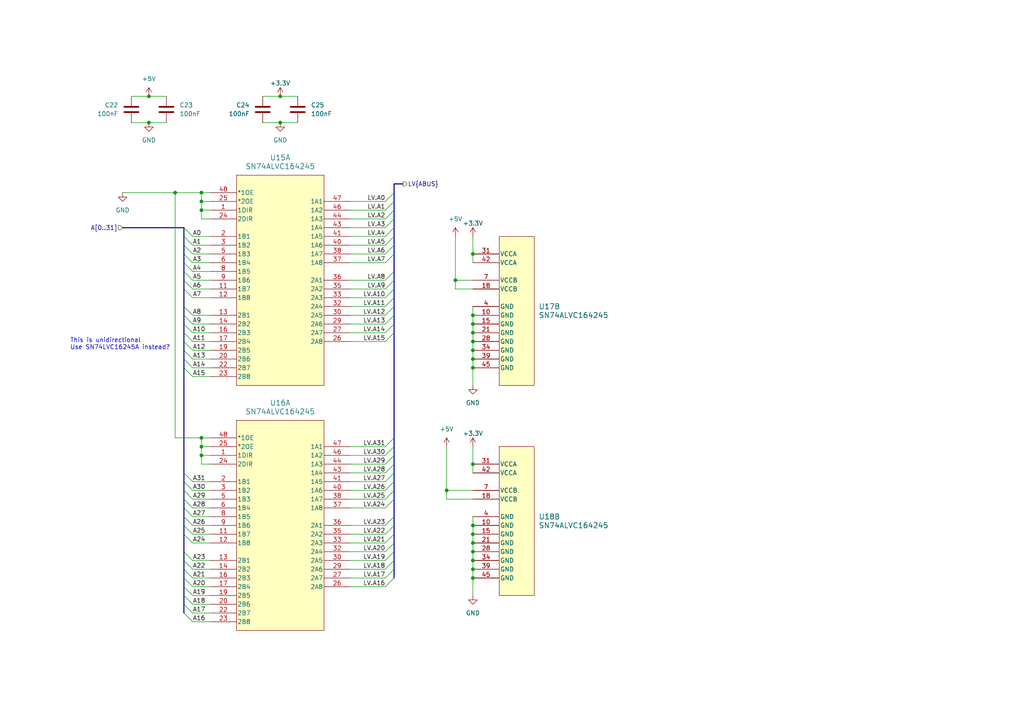
<source format=kicad_sch>
(kicad_sch (version 20230121) (generator eeschema)
  (paper "A4")
  (lib_symbols
    (symbol "68040:SN74ALVC164245" (pin_names (offset 0.254))
      (property "Reference" "U" (at 0 35.56 0))
      (property "Value" "SN74ALVC164245" (at 0 33.02 0))
      (symbol "SN74ALVC164245_1_1"
        (rectangle (start -12.7 30.48) (end 12.7 -30.48) (fill (type background)))
        (pin input line (at -20.32 20.32 0) (length 7.62) (name "1DIR") (number "1"))
        (pin bidirectional line (at -20.32 -2.54 0) (length 7.62) (name "1B7") (number "11"))
        (pin bidirectional line (at -20.32 -5.08 0) (length 7.62) (name "1B8") (number "12"))
        (pin bidirectional line (at -20.32 -10.16 0) (length 7.62) (name "2B1") (number "13"))
        (pin bidirectional line (at -20.32 -12.7 0) (length 7.62) (name "2B2") (number "14"))
        (pin bidirectional line (at -20.32 -15.24 0) (length 7.62) (name "2B3") (number "16"))
        (pin bidirectional line (at -20.32 -17.78 0) (length 7.62) (name "2B4") (number "17"))
        (pin bidirectional line (at -20.32 -20.32 0) (length 7.62) (name "2B5") (number "19"))
        (pin bidirectional line (at -20.32 12.7 0) (length 7.62) (name "1B1") (number "2"))
        (pin bidirectional line (at -20.32 -22.86 0) (length 7.62) (name "2B6") (number "20"))
        (pin bidirectional line (at -20.32 -25.4 0) (length 7.62) (name "2B7") (number "22"))
        (pin bidirectional line (at -20.32 -27.94 0) (length 7.62) (name "2B8") (number "23"))
        (pin input line (at -20.32 17.78 0) (length 7.62) (name "2DIR") (number "24"))
        (pin input line (at -20.32 22.86 0) (length 7.62) (name "*2OE") (number "25"))
        (pin bidirectional line (at 20.32 -17.78 180) (length 7.62) (name "2A8") (number "26"))
        (pin bidirectional line (at 20.32 -15.24 180) (length 7.62) (name "2A7") (number "27"))
        (pin bidirectional line (at 20.32 -12.7 180) (length 7.62) (name "2A6") (number "29"))
        (pin bidirectional line (at -20.32 10.16 0) (length 7.62) (name "1B2") (number "3"))
        (pin bidirectional line (at 20.32 -10.16 180) (length 7.62) (name "2A5") (number "30"))
        (pin bidirectional line (at 20.32 -7.62 180) (length 7.62) (name "2A4") (number "32"))
        (pin bidirectional line (at 20.32 -5.08 180) (length 7.62) (name "2A3") (number "33"))
        (pin bidirectional line (at 20.32 -2.54 180) (length 7.62) (name "2A2") (number "35"))
        (pin bidirectional line (at 20.32 0 180) (length 7.62) (name "2A1") (number "36"))
        (pin bidirectional line (at 20.32 5.08 180) (length 7.62) (name "1A8") (number "37"))
        (pin bidirectional line (at 20.32 7.62 180) (length 7.62) (name "1A7") (number "38"))
        (pin bidirectional line (at 20.32 10.16 180) (length 7.62) (name "1A6") (number "40"))
        (pin bidirectional line (at 20.32 12.7 180) (length 7.62) (name "1A5") (number "41"))
        (pin bidirectional line (at 20.32 15.24 180) (length 7.62) (name "1A4") (number "43"))
        (pin bidirectional line (at 20.32 17.78 180) (length 7.62) (name "1A3") (number "44"))
        (pin bidirectional line (at 20.32 20.32 180) (length 7.62) (name "1A2") (number "46"))
        (pin bidirectional line (at 20.32 22.86 180) (length 7.62) (name "1A1") (number "47"))
        (pin input line (at -20.32 25.4 0) (length 7.62) (name "*1OE") (number "48"))
        (pin bidirectional line (at -20.32 7.62 0) (length 7.62) (name "1B3") (number "5"))
        (pin bidirectional line (at -20.32 5.08 0) (length 7.62) (name "1B4") (number "6"))
        (pin bidirectional line (at -20.32 2.54 0) (length 7.62) (name "1B5") (number "8"))
        (pin bidirectional line (at -20.32 0 0) (length 7.62) (name "1B6") (number "9"))
      )
      (symbol "SN74ALVC164245_2_1"
        (rectangle (start 7.62 5.08) (end 17.78 -38.1) (fill (type background)))
        (pin power_in line (at 0 -17.78 0) (length 7.62) (name "GND") (number "10"))
        (pin power_in line (at 0 -20.32 0) (length 7.62) (name "GND") (number "15"))
        (pin power_in line (at 0 -10.16 0) (length 7.62) (name "VCCB") (number "18"))
        (pin power_in line (at 0 -22.86 0) (length 7.62) (name "GND") (number "21"))
        (pin power_in line (at 0 -25.4 0) (length 7.62) (name "GND") (number "28"))
        (pin power_in line (at 0 0 0) (length 7.62) (name "VCCA") (number "31"))
        (pin power_in line (at 0 -27.94 0) (length 7.62) (name "GND") (number "34"))
        (pin power_in line (at 0 -30.48 0) (length 7.62) (name "GND") (number "39"))
        (pin power_in line (at 0 -15.24 0) (length 7.62) (name "GND") (number "4"))
        (pin power_in line (at 0 -2.54 0) (length 7.62) (name "VCCA") (number "42"))
        (pin power_in line (at 0 -33.02 0) (length 7.62) (name "GND") (number "45"))
        (pin power_in line (at 0 -7.62 0) (length 7.62) (name "VCCB") (number "7"))
      )
    )
    (symbol "Device:C" (pin_numbers hide) (pin_names (offset 0.254))
      (property "Reference" "C" (at 0.635 2.54 0))
      (property "Value" "C" (at 0.635 -2.54 0))
      (symbol "C_0_1"
        (polyline (pts (xy -2.032 -0.762) (xy 2.032 -0.762)) (stroke (width 0.508)))
        (polyline (pts (xy -2.032 0.762) (xy 2.032 0.762)) (stroke (width 0.508)))
      )
      (symbol "C_1_1"
        (pin passive line (at 0 3.81 270) (length 2.794) (name "~") (number "1"))
        (pin passive line (at 0 -3.81 90) (length 2.794) (name "~") (number "2"))
      )
    )
    (symbol "power:+3.3V" (power) (pin_names (offset 0))
      (property "Value" "+3.3V" (at 0 3.556 0))
      (symbol "+3.3V_0_1"
        (polyline (pts (xy -0.762 1.27) (xy 0 2.54)))
        (polyline (pts (xy 0 0) (xy 0 2.54)))
        (polyline (pts (xy 0 2.54) (xy 0.762 1.27)))
      )
      (symbol "+3.3V_1_1"
        (pin power_in line (at 0 0 90) (length 0) hide (name "+3.3V") (number "1"))
      )
    )
    (symbol "power:+5V" (power) (pin_names (offset 0))
      (property "Value" "+5V" (at 0 3.556 0))
      (symbol "+5V_0_1"
        (polyline (pts (xy -0.762 1.27) (xy 0 2.54)))
        (polyline (pts (xy 0 0) (xy 0 2.54)))
        (polyline (pts (xy 0 2.54) (xy 0.762 1.27)))
      )
      (symbol "+5V_1_1"
        (pin power_in line (at 0 0 90) (length 0) hide (name "+5V") (number "1"))
      )
    )
    (symbol "power:GND" (power) (pin_names (offset 0))
      (property "Value" "GND" (at 0 -3.81 0))
      (symbol "GND_0_1"
        (polyline (pts (xy 0 0) (xy 0 -1.27) (xy 1.27 -1.27) (xy 0 -2.54) (xy -1.27 -1.27) (xy 0 -1.27)))
      )
      (symbol "GND_1_1"
        (pin power_in line (at 0 0 270) (length 0) hide (name "GND") (number "1"))
      )
    )
  )
  (junction (at 137.16 93.98))
  (junction (at 137.16 167.64))
  (junction (at 81.28 27.94))
  (junction (at 137.16 104.14))
  (junction (at 58.42 129.54))
  (junction (at 137.16 106.68))
  (junction (at 58.42 60.96))
  (junction (at 58.42 127))
  (junction (at 137.16 165.1))
  (junction (at 137.16 162.56))
  (junction (at 137.16 96.52))
  (junction (at 137.16 134.62))
  (junction (at 43.18 35.56))
  (junction (at 137.16 73.66))
  (junction (at 137.16 157.48))
  (junction (at 129.54 142.24))
  (junction (at 43.18 27.94))
  (junction (at 58.42 58.42))
  (junction (at 81.28 35.56))
  (junction (at 132.08 81.28))
  (junction (at 137.16 160.02))
  (junction (at 137.16 99.06))
  (junction (at 58.42 132.08))
  (junction (at 137.16 101.6))
  (junction (at 50.8 55.88))
  (junction (at 137.16 91.44))
  (junction (at 137.16 152.4))
  (junction (at 137.16 154.94))
  (junction (at 58.42 55.88))
  (bus_entry (at 111.76 93.98) (size 2.54 -2.54))
  (bus_entry (at 53.34 175.26) (size 2.54 2.54))
  (bus_entry (at 111.76 63.5) (size 2.54 -2.54))
  (bus_entry (at 111.76 162.56) (size 2.54 -2.54))
  (bus_entry (at 111.76 167.64) (size 2.54 -2.54))
  (bus_entry (at 53.34 137.16) (size 2.54 2.54))
  (bus_entry (at 111.76 99.06) (size 2.54 -2.54))
  (bus_entry (at 53.34 71.12) (size 2.54 2.54))
  (bus_entry (at 53.34 101.6) (size 2.54 2.54))
  (bus_entry (at 111.76 152.4) (size 2.54 -2.54))
  (bus_entry (at 111.76 66.04) (size 2.54 -2.54))
  (bus_entry (at 53.34 99.06) (size 2.54 2.54))
  (bus_entry (at 111.76 142.24) (size 2.54 -2.54))
  (bus_entry (at 53.34 73.66) (size 2.54 2.54))
  (bus_entry (at 111.76 154.94) (size 2.54 -2.54))
  (bus_entry (at 53.34 78.74) (size 2.54 2.54))
  (bus_entry (at 53.34 165.1) (size 2.54 2.54))
  (bus_entry (at 111.76 60.96) (size 2.54 -2.54))
  (bus_entry (at 111.76 71.12) (size 2.54 -2.54))
  (bus_entry (at 111.76 76.2) (size 2.54 -2.54))
  (bus_entry (at 111.76 96.52) (size 2.54 -2.54))
  (bus_entry (at 53.34 91.44) (size 2.54 2.54))
  (bus_entry (at 53.34 83.82) (size 2.54 2.54))
  (bus_entry (at 53.34 81.28) (size 2.54 2.54))
  (bus_entry (at 53.34 147.32) (size 2.54 2.54))
  (bus_entry (at 111.76 91.44) (size 2.54 -2.54))
  (bus_entry (at 53.34 96.52) (size 2.54 2.54))
  (bus_entry (at 111.76 157.48) (size 2.54 -2.54))
  (bus_entry (at 53.34 162.56) (size 2.54 2.54))
  (bus_entry (at 111.76 68.58) (size 2.54 -2.54))
  (bus_entry (at 53.34 170.18) (size 2.54 2.54))
  (bus_entry (at 53.34 177.8) (size 2.54 2.54))
  (bus_entry (at 111.76 137.16) (size 2.54 -2.54))
  (bus_entry (at 111.76 165.1) (size 2.54 -2.54))
  (bus_entry (at 53.34 149.86) (size 2.54 2.54))
  (bus_entry (at 111.76 81.28) (size 2.54 -2.54))
  (bus_entry (at 53.34 167.64) (size 2.54 2.54))
  (bus_entry (at 111.76 147.32) (size 2.54 -2.54))
  (bus_entry (at 53.34 152.4) (size 2.54 2.54))
  (bus_entry (at 111.76 134.62) (size 2.54 -2.54))
  (bus_entry (at 53.34 142.24) (size 2.54 2.54))
  (bus_entry (at 111.76 88.9) (size 2.54 -2.54))
  (bus_entry (at 111.76 144.78) (size 2.54 -2.54))
  (bus_entry (at 53.34 88.9) (size 2.54 2.54))
  (bus_entry (at 53.34 144.78) (size 2.54 2.54))
  (bus_entry (at 111.76 132.08) (size 2.54 -2.54))
  (bus_entry (at 111.76 160.02) (size 2.54 -2.54))
  (bus_entry (at 53.34 93.98) (size 2.54 2.54))
  (bus_entry (at 111.76 58.42) (size 2.54 -2.54))
  (bus_entry (at 111.76 83.82) (size 2.54 -2.54))
  (bus_entry (at 111.76 86.36) (size 2.54 -2.54))
  (bus_entry (at 53.34 139.7) (size 2.54 2.54))
  (bus_entry (at 53.34 68.58) (size 2.54 2.54))
  (bus_entry (at 53.34 76.2) (size 2.54 2.54))
  (bus_entry (at 111.76 129.54) (size 2.54 -2.54))
  (bus_entry (at 53.34 154.94) (size 2.54 2.54))
  (bus_entry (at 53.34 160.02) (size 2.54 2.54))
  (bus_entry (at 111.76 139.7) (size 2.54 -2.54))
  (bus_entry (at 53.34 104.14) (size 2.54 2.54))
  (bus_entry (at 53.34 66.04) (size 2.54 2.54))
  (bus_entry (at 53.34 172.72) (size 2.54 2.54))
  (bus_entry (at 111.76 170.18) (size 2.54 -2.54))
  (bus_entry (at 111.76 73.66) (size 2.54 -2.54))
  (bus_entry (at 53.34 106.68) (size 2.54 2.54))
  (wire (pts (xy 132.08 83.82) (xy 137.16 83.82)))
  (bus (pts (xy 114.3 154.94) (xy 114.3 157.48)))
  (wire (pts (xy 50.8 127) (xy 50.8 55.88)))
  (wire (pts (xy 137.16 162.56) (xy 137.16 165.1)))
  (wire (pts (xy 137.16 154.94) (xy 137.16 157.48)))
  (wire (pts (xy 58.42 63.5) (xy 58.42 60.96)))
  (bus (pts (xy 53.34 76.2) (xy 53.34 78.74)))
  (wire (pts (xy 55.88 73.66) (xy 60.96 73.66)))
  (bus (pts (xy 53.34 73.66) (xy 53.34 76.2)))
  (bus (pts (xy 53.34 170.18) (xy 53.34 172.72)))
  (wire (pts (xy 101.6 66.04) (xy 111.76 66.04)))
  (bus (pts (xy 114.3 134.62) (xy 114.3 137.16)))
  (bus (pts (xy 114.3 160.02) (xy 114.3 162.56)))
  (bus (pts (xy 114.3 152.4) (xy 114.3 154.94)))
  (wire (pts (xy 101.6 134.62) (xy 111.76 134.62)))
  (wire (pts (xy 101.6 147.32) (xy 111.76 147.32)))
  (bus (pts (xy 53.34 137.16) (xy 53.34 139.7)))
  (bus (pts (xy 114.3 53.34) (xy 114.3 55.88)))
  (bus (pts (xy 53.34 91.44) (xy 53.34 93.98)))
  (wire (pts (xy 55.88 147.32) (xy 60.96 147.32)))
  (wire (pts (xy 132.08 81.28) (xy 132.08 83.82)))
  (bus (pts (xy 114.3 162.56) (xy 114.3 165.1)))
  (wire (pts (xy 60.96 132.08) (xy 58.42 132.08)))
  (bus (pts (xy 53.34 78.74) (xy 53.34 81.28)))
  (wire (pts (xy 129.54 144.78) (xy 137.16 144.78)))
  (wire (pts (xy 55.88 167.64) (xy 60.96 167.64)))
  (wire (pts (xy 137.16 88.9) (xy 137.16 91.44)))
  (bus (pts (xy 114.3 73.66) (xy 114.3 78.74)))
  (wire (pts (xy 60.96 127) (xy 58.42 127)))
  (wire (pts (xy 43.18 27.94) (xy 48.26 27.94)))
  (wire (pts (xy 55.88 96.52) (xy 60.96 96.52)))
  (wire (pts (xy 55.88 157.48) (xy 60.96 157.48)))
  (wire (pts (xy 101.6 132.08) (xy 111.76 132.08)))
  (wire (pts (xy 55.88 180.34) (xy 60.96 180.34)))
  (wire (pts (xy 55.88 165.1) (xy 60.96 165.1)))
  (bus (pts (xy 53.34 106.68) (xy 53.34 137.16)))
  (bus (pts (xy 114.3 142.24) (xy 114.3 144.78)))
  (wire (pts (xy 137.16 165.1) (xy 137.16 167.64)))
  (wire (pts (xy 101.6 129.54) (xy 111.76 129.54)))
  (wire (pts (xy 101.6 165.1) (xy 111.76 165.1)))
  (bus (pts (xy 114.3 83.82) (xy 114.3 86.36)))
  (bus (pts (xy 53.34 81.28) (xy 53.34 83.82)))
  (wire (pts (xy 55.88 109.22) (xy 60.96 109.22)))
  (bus (pts (xy 53.34 142.24) (xy 53.34 144.78)))
  (bus (pts (xy 116.84 53.34) (xy 114.3 53.34)))
  (wire (pts (xy 55.88 106.68) (xy 60.96 106.68)))
  (wire (pts (xy 101.6 58.42) (xy 111.76 58.42)))
  (bus (pts (xy 114.3 68.58) (xy 114.3 71.12)))
  (wire (pts (xy 101.6 86.36) (xy 111.76 86.36)))
  (wire (pts (xy 101.6 93.98) (xy 111.76 93.98)))
  (bus (pts (xy 53.34 99.06) (xy 53.34 101.6)))
  (wire (pts (xy 76.2 35.56) (xy 81.28 35.56)))
  (bus (pts (xy 114.3 78.74) (xy 114.3 81.28)))
  (wire (pts (xy 60.96 129.54) (xy 58.42 129.54)))
  (wire (pts (xy 101.6 63.5) (xy 111.76 63.5)))
  (wire (pts (xy 101.6 139.7) (xy 111.76 139.7)))
  (wire (pts (xy 35.56 55.88) (xy 50.8 55.88)))
  (wire (pts (xy 55.88 81.28) (xy 60.96 81.28)))
  (wire (pts (xy 137.16 106.68) (xy 137.16 111.76)))
  (wire (pts (xy 137.16 149.86) (xy 137.16 152.4)))
  (wire (pts (xy 55.88 170.18) (xy 60.96 170.18)))
  (wire (pts (xy 137.16 93.98) (xy 137.16 96.52)))
  (wire (pts (xy 129.54 129.54) (xy 129.54 142.24)))
  (wire (pts (xy 137.16 101.6) (xy 137.16 104.14)))
  (bus (pts (xy 53.34 160.02) (xy 53.34 162.56)))
  (wire (pts (xy 101.6 137.16) (xy 111.76 137.16)))
  (wire (pts (xy 55.88 149.86) (xy 60.96 149.86)))
  (bus (pts (xy 53.34 66.04) (xy 53.34 68.58)))
  (bus (pts (xy 114.3 88.9) (xy 114.3 91.44)))
  (wire (pts (xy 101.6 167.64) (xy 111.76 167.64)))
  (bus (pts (xy 53.34 83.82) (xy 53.34 88.9)))
  (bus (pts (xy 114.3 58.42) (xy 114.3 60.96)))
  (wire (pts (xy 101.6 162.56) (xy 111.76 162.56)))
  (wire (pts (xy 58.42 55.88) (xy 60.96 55.88)))
  (wire (pts (xy 55.88 139.7) (xy 60.96 139.7)))
  (bus (pts (xy 114.3 66.04) (xy 114.3 68.58)))
  (wire (pts (xy 60.96 58.42) (xy 58.42 58.42)))
  (wire (pts (xy 101.6 91.44) (xy 111.76 91.44)))
  (bus (pts (xy 53.34 167.64) (xy 53.34 170.18)))
  (wire (pts (xy 58.42 129.54) (xy 58.42 132.08)))
  (wire (pts (xy 101.6 142.24) (xy 111.76 142.24)))
  (wire (pts (xy 101.6 170.18) (xy 111.76 170.18)))
  (wire (pts (xy 101.6 160.02) (xy 111.76 160.02)))
  (bus (pts (xy 114.3 144.78) (xy 114.3 149.86)))
  (bus (pts (xy 114.3 129.54) (xy 114.3 132.08)))
  (wire (pts (xy 55.88 154.94) (xy 60.96 154.94)))
  (bus (pts (xy 114.3 86.36) (xy 114.3 88.9)))
  (wire (pts (xy 58.42 129.54) (xy 58.42 127)))
  (wire (pts (xy 58.42 127) (xy 50.8 127)))
  (bus (pts (xy 114.3 63.5) (xy 114.3 66.04)))
  (wire (pts (xy 137.16 96.52) (xy 137.16 99.06)))
  (wire (pts (xy 55.88 91.44) (xy 60.96 91.44)))
  (bus (pts (xy 53.34 162.56) (xy 53.34 165.1)))
  (wire (pts (xy 55.88 142.24) (xy 60.96 142.24)))
  (bus (pts (xy 114.3 165.1) (xy 114.3 167.64)))
  (bus (pts (xy 114.3 93.98) (xy 114.3 96.52)))
  (wire (pts (xy 101.6 154.94) (xy 111.76 154.94)))
  (wire (pts (xy 55.88 104.14) (xy 60.96 104.14)))
  (wire (pts (xy 101.6 157.48) (xy 111.76 157.48)))
  (wire (pts (xy 137.16 160.02) (xy 137.16 162.56)))
  (wire (pts (xy 101.6 73.66) (xy 111.76 73.66)))
  (wire (pts (xy 55.88 93.98) (xy 60.96 93.98)))
  (wire (pts (xy 38.1 27.94) (xy 43.18 27.94)))
  (wire (pts (xy 129.54 142.24) (xy 137.16 142.24)))
  (bus (pts (xy 114.3 55.88) (xy 114.3 58.42)))
  (bus (pts (xy 53.34 68.58) (xy 53.34 71.12)))
  (wire (pts (xy 50.8 55.88) (xy 58.42 55.88)))
  (wire (pts (xy 137.16 157.48) (xy 137.16 160.02)))
  (wire (pts (xy 55.88 68.58) (xy 60.96 68.58)))
  (bus (pts (xy 114.3 96.52) (xy 114.3 127)))
  (wire (pts (xy 101.6 99.06) (xy 111.76 99.06)))
  (wire (pts (xy 137.16 167.64) (xy 137.16 172.72)))
  (wire (pts (xy 132.08 81.28) (xy 137.16 81.28)))
  (bus (pts (xy 114.3 132.08) (xy 114.3 134.62)))
  (wire (pts (xy 137.16 152.4) (xy 137.16 154.94)))
  (wire (pts (xy 76.2 27.94) (xy 81.28 27.94)))
  (wire (pts (xy 81.28 35.56) (xy 86.36 35.56)))
  (bus (pts (xy 53.34 101.6) (xy 53.34 104.14)))
  (wire (pts (xy 55.88 86.36) (xy 60.96 86.36)))
  (wire (pts (xy 55.88 101.6) (xy 60.96 101.6)))
  (wire (pts (xy 58.42 58.42) (xy 58.42 55.88)))
  (wire (pts (xy 55.88 177.8) (xy 60.96 177.8)))
  (wire (pts (xy 55.88 99.06) (xy 60.96 99.06)))
  (wire (pts (xy 60.96 134.62) (xy 58.42 134.62)))
  (bus (pts (xy 53.34 149.86) (xy 53.34 152.4)))
  (bus (pts (xy 114.3 137.16) (xy 114.3 139.7)))
  (wire (pts (xy 55.88 172.72) (xy 60.96 172.72)))
  (bus (pts (xy 53.34 93.98) (xy 53.34 96.52)))
  (bus (pts (xy 53.34 165.1) (xy 53.34 167.64)))
  (wire (pts (xy 137.16 91.44) (xy 137.16 93.98)))
  (wire (pts (xy 38.1 35.56) (xy 43.18 35.56)))
  (wire (pts (xy 101.6 71.12) (xy 111.76 71.12)))
  (bus (pts (xy 53.34 172.72) (xy 53.34 175.26)))
  (wire (pts (xy 55.88 76.2) (xy 60.96 76.2)))
  (bus (pts (xy 53.34 147.32) (xy 53.34 149.86)))
  (wire (pts (xy 60.96 63.5) (xy 58.42 63.5)))
  (wire (pts (xy 101.6 76.2) (xy 111.76 76.2)))
  (bus (pts (xy 114.3 91.44) (xy 114.3 93.98)))
  (bus (pts (xy 114.3 127) (xy 114.3 129.54)))
  (bus (pts (xy 114.3 149.86) (xy 114.3 152.4)))
  (bus (pts (xy 114.3 71.12) (xy 114.3 73.66)))
  (bus (pts (xy 53.34 66.04) (xy 35.56 66.04)))
  (wire (pts (xy 101.6 144.78) (xy 111.76 144.78)))
  (wire (pts (xy 129.54 142.24) (xy 129.54 144.78)))
  (bus (pts (xy 114.3 157.48) (xy 114.3 160.02)))
  (wire (pts (xy 137.16 134.62) (xy 137.16 137.16)))
  (wire (pts (xy 55.88 152.4) (xy 60.96 152.4)))
  (wire (pts (xy 132.08 68.58) (xy 132.08 81.28)))
  (wire (pts (xy 55.88 175.26) (xy 60.96 175.26)))
  (wire (pts (xy 81.28 27.94) (xy 86.36 27.94)))
  (wire (pts (xy 137.16 129.54) (xy 137.16 134.62)))
  (bus (pts (xy 114.3 139.7) (xy 114.3 142.24)))
  (wire (pts (xy 101.6 96.52) (xy 111.76 96.52)))
  (wire (pts (xy 58.42 60.96) (xy 60.96 60.96)))
  (wire (pts (xy 101.6 83.82) (xy 111.76 83.82)))
  (wire (pts (xy 101.6 81.28) (xy 111.76 81.28)))
  (wire (pts (xy 137.16 104.14) (xy 137.16 106.68)))
  (wire (pts (xy 55.88 162.56) (xy 60.96 162.56)))
  (wire (pts (xy 137.16 99.06) (xy 137.16 101.6)))
  (bus (pts (xy 53.34 144.78) (xy 53.34 147.32)))
  (wire (pts (xy 55.88 144.78) (xy 60.96 144.78)))
  (wire (pts (xy 137.16 73.66) (xy 137.16 76.2)))
  (wire (pts (xy 101.6 88.9) (xy 111.76 88.9)))
  (bus (pts (xy 114.3 81.28) (xy 114.3 83.82)))
  (wire (pts (xy 55.88 71.12) (xy 60.96 71.12)))
  (wire (pts (xy 137.16 68.58) (xy 137.16 73.66)))
  (bus (pts (xy 114.3 60.96) (xy 114.3 63.5)))
  (wire (pts (xy 43.18 35.56) (xy 48.26 35.56)))
  (bus (pts (xy 53.34 175.26) (xy 53.34 177.8)))
  (bus (pts (xy 53.34 96.52) (xy 53.34 99.06)))
  (bus (pts (xy 53.34 154.94) (xy 53.34 160.02)))
  (wire (pts (xy 55.88 83.82) (xy 60.96 83.82)))
  (wire (pts (xy 55.88 78.74) (xy 60.96 78.74)))
  (wire (pts (xy 58.42 58.42) (xy 58.42 60.96)))
  (bus (pts (xy 53.34 88.9) (xy 53.34 91.44)))
  (bus (pts (xy 53.34 104.14) (xy 53.34 106.68)))
  (bus (pts (xy 53.34 152.4) (xy 53.34 154.94)))
  (wire (pts (xy 101.6 60.96) (xy 111.76 60.96)))
  (bus (pts (xy 53.34 71.12) (xy 53.34 73.66)))
  (wire (pts (xy 101.6 68.58) (xy 111.76 68.58)))
  (bus (pts (xy 53.34 139.7) (xy 53.34 142.24)))
  (wire (pts (xy 58.42 134.62) (xy 58.42 132.08)))
  (wire (pts (xy 101.6 152.4) (xy 111.76 152.4)))
  (text "This is unidirectional\nUse SN74LVC16245A instead?" (at 20.32 101.6 0) (effects (font (size 1.27 1.27)) (justify left bottom)))
  (label "LV.A5" (at 111.76 71.12 180))
  (label "LV.A4" (at 111.76 68.58 180))
  (label "A9" (at 55.88 93.98 0))
  (label "A15" (at 55.88 109.22 0))
  (label "LV.A19" (at 111.76 162.56 180))
  (label "A17" (at 55.88 177.8 0))
  (label "A29" (at 55.88 144.78 0))
  (label "LV.A31" (at 111.76 129.54 180))
  (label "A27" (at 55.88 149.86 0))
  (label "A23" (at 55.88 162.56 0))
  (label "LV.A18" (at 111.76 165.1 180))
  (label "A20" (at 55.88 170.18 0))
  (label "LV.A25" (at 111.76 144.78 180))
  (label "LV.A3" (at 111.76 66.04 180))
  (label "LV.A6" (at 111.76 73.66 180))
  (label "LV.A24" (at 111.76 147.32 180))
  (label "LV.A7" (at 111.76 76.2 180))
  (label "A30" (at 55.88 142.24 0))
  (label "A19" (at 55.88 172.72 0))
  (label "A8" (at 55.88 91.44 0))
  (label "A21" (at 55.88 167.64 0))
  (label "A12" (at 55.88 101.6 0))
  (label "LV.A12" (at 111.76 91.44 180))
  (label "A0" (at 55.88 68.58 0))
  (label "LV.A10" (at 111.76 86.36 180))
  (label "LV.A17" (at 111.76 167.64 180))
  (label "A18" (at 55.88 175.26 0))
  (label "LV.A1" (at 111.76 60.96 180))
  (label "LV.A22" (at 111.76 154.94 180))
  (label "LV.A29" (at 111.76 134.62 180))
  (label "A25" (at 55.88 154.94 0))
  (label "LV.A13" (at 111.76 93.98 180))
  (label "LV.A28" (at 111.76 137.16 180))
  (label "LV.A21" (at 111.76 157.48 180))
  (label "A24" (at 55.88 157.48 0))
  (label "A11" (at 55.88 99.06 0))
  (label "A7" (at 55.88 86.36 0))
  (label "LV.A16" (at 111.76 170.18 180))
  (label "LV.A2" (at 111.76 63.5 180))
  (label "A22" (at 55.88 165.1 0))
  (label "A3" (at 55.88 76.2 0))
  (label "A10" (at 55.88 96.52 0))
  (label "LV.A15" (at 111.76 99.06 180))
  (label "A28" (at 55.88 147.32 0))
  (label "A26" (at 55.88 152.4 0))
  (label "LV.A0" (at 111.76 58.42 180))
  (label "A13" (at 55.88 104.14 0))
  (label "A16" (at 55.88 180.34 0))
  (label "LV.A30" (at 111.76 132.08 180))
  (label "LV.A26" (at 111.76 142.24 180))
  (label "LV.A27" (at 111.76 139.7 180))
  (label "LV.A8" (at 111.76 81.28 180))
  (label "A6" (at 55.88 83.82 0))
  (label "A5" (at 55.88 81.28 0))
  (label "LV.A9" (at 111.76 83.82 180))
  (label "LV.A14" (at 111.76 96.52 180))
  (label "LV.A20" (at 111.76 160.02 180))
  (label "A1" (at 55.88 71.12 0))
  (label "LV.A11" (at 111.76 88.9 180))
  (label "A2" (at 55.88 73.66 0))
  (label "LV.A23" (at 111.76 152.4 180))
  (label "A4" (at 55.88 78.74 0))
  (label "A31" (at 55.88 139.7 0))
  (label "A14" (at 55.88 106.68 0))
  (hierarchical_label "A[0..31]" (shape input) (at 35.56 66.04 180))
  (hierarchical_label "LV{ABUS}" (shape output) (at 116.84 53.34 0))
  (symbol (lib_id "power:GND") (at 137.16 111.76 0) (unit 1)
    (property "Reference" "#PWR0190" (effects hide))
    (property "Value" "GND" (at 137.16 116.84 0))
  )
  (symbol (lib_id "Device:C") (at 86.36 31.75 0) (unit 1)
    (property "Reference" "C25" (at 90.17 30.48 0) (effects (justify left)))
    (property "Value" "100nF" (at 90.17 33.02 0) (effects (justify left)))
    (instances (project "68040pc" (path "" (reference "C25") (unit 1)) (path "" (reference "C27") (unit 1)) (path "" (reference "C27") (unit 1))))
  )
  (symbol (lib_id "power:+5V") (at 132.08 68.58 0) (unit 1)
    (property "Reference" "#PWR027" (effects hide))
    (property "Value" "+5V" (at 132.08 63.5 0))
    (instances (project "68040pc" (path "" (reference "#PWR027") (unit 1)) (path "" (reference "#PWR099") (unit 1)) (path "" (reference "#PWR099") (unit 1)) (path "" (reference "#PWR0107") (unit 1))))
  )
  (symbol (lib_id "68040:SN74ALVC164245") (at 137.16 134.62 0) (unit 2)
    (property "Reference" "U18" (at 156.21 149.86 0) (effects (font (size 1.524 1.524)) (justify left)))
    (property "Value" "SN74ALVC164245" (at 156.21 152.4 0) (effects (font (size 1.524 1.524)) (justify left)))
    (property "Footprint" "Package_SO:TSSOP-48_6.1x12.5mm_P0.5mm" (effects hide))
    (property "Datasheet" "SN74ALVC164245DLR" (effects hide))
  )
  (symbol (lib_id "Device:C") (at 76.2 31.75 0) (mirror y) (unit 1)
    (property "Reference" "C24" (at 72.39 30.48 0) (effects (justify left)))
    (property "Value" "100nF" (at 72.39 33.02 0) (effects (justify left)))
    (instances (project "68040pc" (path "" (reference "C24") (unit 1)) (path "" (reference "C26") (unit 1)) (path "" (reference "C26") (unit 1))))
  )
  (symbol (lib_id "power:GND") (at 81.28 35.56 0) (unit 1)
    (property "Reference" "#PWR099" (effects hide))
    (property "Value" "GND" (at 81.28 40.64 0))
  )
  (symbol (lib_id "68040:SN74ALVC164245") (at 81.28 152.4 0) (unit 1)
    (property "Reference" "U16" (at 81.28 116.84 0) (effects (font (size 1.524 1.524))))
    (property "Value" "SN74ALVC164245" (at 81.28 119.38 0) (effects (font (size 1.524 1.524))))
    (property "Footprint" "Package_SO:TSSOP-48_6.1x12.5mm_P0.5mm" (effects hide))
    (property "Datasheet" "SN74ALVC164245DLR" (effects hide))
    (instances (project "68040pc" (path "" (reference "U16") (unit 1)) (path "" (reference "U18") (unit 1)) (path "" (reference "U18") (unit 1)) (path "" (reference "U18") (unit 1))))
  )
  (symbol (lib_id "68040:SN74ALVC164245") (at 137.16 73.66 0) (unit 2)
    (property "Reference" "U17" (at 156.21 88.9 0) (effects (font (size 1.524 1.524)) (justify left)))
    (property "Value" "SN74ALVC164245" (at 156.21 91.44 0) (effects (font (size 1.524 1.524)) (justify left)))
    (property "Footprint" "Package_SO:TSSOP-48_6.1x12.5mm_P0.5mm" (effects hide))
    (property "Datasheet" "SN74ALVC164245DLR" (effects hide))
    (instances (project "68040pc" (path "" (reference "U17") (unit 2)) (path "" (reference "U16") (unit 2)) (path "" (reference "U16") (unit 2)) (path "" (reference "U16") (unit 2))))
  )
  (symbol (lib_id "power:GND") (at 35.56 55.88 0) (unit 1)
    (property "Reference" "#PWR0192" (effects hide))
    (property "Value" "GND" (at 35.56 60.96 0))
  )
  (symbol (lib_id "power:GND") (at 43.18 35.56 0) (unit 1)
    (property "Reference" "#PWR0101" (effects hide))
    (property "Value" "GND" (at 43.18 40.64 0))
  )
  (symbol (lib_id "power:+5V") (at 43.18 27.94 0) (unit 1)
    (property "Reference" "#PWR0189" (effects hide))
    (property "Value" "+5V" (at 43.18 22.86 0))
    (instances (project "68040pc" (path "" (reference "#PWR0189") (unit 1)) (path "" (reference "#PWR0158") (unit 1)) (path "" (reference "#PWR027") (unit 1))))
  )
  (symbol (lib_id "power:+3.3V") (at 137.16 68.58 0) (unit 1)
    (property "Reference" "#PWR099" (effects hide))
    (property "Value" "+3.3V" (at 137.16 64.77 0))
    (instances (project "68040pc" (path "" (reference "#PWR099") (unit 1)) (path "" (reference "#PWR0189") (unit 1))))
  )
  (symbol (lib_id "power:+5V") (at 129.54 129.54 0) (unit 1)
    (property "Reference" "#PWR0101" (effects hide))
    (property "Value" "+5V" (at 129.54 124.46 0))
    (instances (project "68040pc" (path "" (reference "#PWR0101") (unit 1)) (path "" (reference "#PWR0102") (unit 1)) (path "" (reference "#PWR027") (unit 1)) (path "" (reference "#PWR0106") (unit 1))))
  )
  (symbol (lib_id "power:+3.3V") (at 137.16 129.54 0) (unit 1)
    (property "Reference" "#PWR099" (effects hide))
    (property "Value" "+3.3V" (at 137.16 125.73 0))
    (instances (project "68040pc" (path "" (reference "#PWR099") (unit 1)) (path "" (reference "#PWR097") (unit 1))))
  )
  (symbol (lib_id "power:+3.3V") (at 81.28 27.94 0) (unit 1)
    (property "Reference" "#PWR099" (effects hide))
    (property "Value" "+3.3V" (at 81.28 24.13 0))
    (instances (project "68040pc" (path "" (reference "#PWR099") (unit 1)) (path "" (reference "#PWR0100") (unit 1))))
  )
  (symbol (lib_id "Device:C") (at 38.1 31.75 0) (mirror y) (unit 1)
    (property "Reference" "C22" (at 34.29 30.48 0) (effects (justify left)))
    (property "Value" "100nF" (at 34.29 33.02 0) (effects (justify left)))
    (instances (project "68040pc" (path "" (reference "C22") (unit 1)) (path "" (reference "C24") (unit 1)) (path "" (reference "C24") (unit 1))))
  )
  (symbol (lib_id "68040:SN74ALVC164245") (at 81.28 81.28 0) (unit 1)
    (property "Reference" "U15" (at 81.28 45.72 0) (effects (font (size 1.524 1.524))))
    (property "Value" "SN74ALVC164245" (at 81.28 48.26 0) (effects (font (size 1.524 1.524))))
    (property "Footprint" "Package_SO:TSSOP-48_6.1x12.5mm_P0.5mm" (effects hide))
    (property "Datasheet" "SN74ALVC164245DLR" (effects hide))
    (instances (project "68040pc" (path "" (reference "U15") (unit 1)) (path "" (reference "U16") (unit 1)) (path "" (reference "U16") (unit 1)) (path "" (reference "U16") (unit 1))))
  )
  (symbol (lib_id "power:GND") (at 137.16 172.72 0) (unit 1)
    (property "Reference" "#PWR0191" (effects hide))
    (property "Value" "GND" (at 137.16 177.8 0))
  )
  (symbol (lib_id "Device:C") (at 48.26 31.75 0) (unit 1)
    (property "Reference" "C23" (at 52.07 30.48 0) (effects (justify left)))
    (property "Value" "100nF" (at 52.07 33.02 0) (effects (justify left)))
    (instances (project "68040pc" (path "" (reference "C23") (unit 1)) (path "" (reference "C25") (unit 1)) (path "" (reference "C25") (unit 1))))
  )
)
</source>
